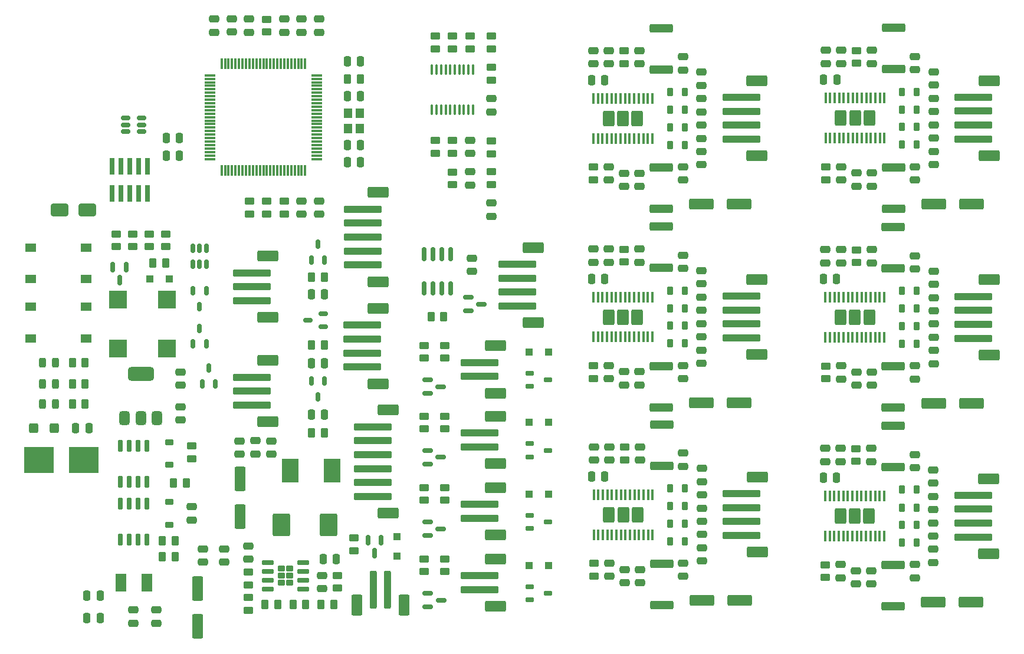
<source format=gbr>
G04 #@! TF.GenerationSoftware,KiCad,Pcbnew,9.0.4*
G04 #@! TF.CreationDate,2025-09-19T17:16:51+02:00*
G04 #@! TF.ProjectId,mobo,6d6f626f-2e6b-4696-9361-645f70636258,REV05*
G04 #@! TF.SameCoordinates,Original*
G04 #@! TF.FileFunction,Paste,Top*
G04 #@! TF.FilePolarity,Positive*
%FSLAX46Y46*%
G04 Gerber Fmt 4.6, Leading zero omitted, Abs format (unit mm)*
G04 Created by KiCad (PCBNEW 9.0.4) date 2025-09-19 17:16:51*
%MOMM*%
%LPD*%
G01*
G04 APERTURE LIST*
G04 Aperture macros list*
%AMRoundRect*
0 Rectangle with rounded corners*
0 $1 Rounding radius*
0 $2 $3 $4 $5 $6 $7 $8 $9 X,Y pos of 4 corners*
0 Add a 4 corners polygon primitive as box body*
4,1,4,$2,$3,$4,$5,$6,$7,$8,$9,$2,$3,0*
0 Add four circle primitives for the rounded corners*
1,1,$1+$1,$2,$3*
1,1,$1+$1,$4,$5*
1,1,$1+$1,$6,$7*
1,1,$1+$1,$8,$9*
0 Add four rect primitives between the rounded corners*
20,1,$1+$1,$2,$3,$4,$5,0*
20,1,$1+$1,$4,$5,$6,$7,0*
20,1,$1+$1,$6,$7,$8,$9,0*
20,1,$1+$1,$8,$9,$2,$3,0*%
G04 Aperture macros list end*
%ADD10RoundRect,0.250000X0.250000X0.475000X-0.250000X0.475000X-0.250000X-0.475000X0.250000X-0.475000X0*%
%ADD11RoundRect,0.150000X0.150000X-0.725000X0.150000X0.725000X-0.150000X0.725000X-0.150000X-0.725000X0*%
%ADD12RoundRect,0.250000X-0.550000X1.500000X-0.550000X-1.500000X0.550000X-1.500000X0.550000X1.500000X0*%
%ADD13RoundRect,0.250000X-0.250000X-0.475000X0.250000X-0.475000X0.250000X0.475000X-0.250000X0.475000X0*%
%ADD14RoundRect,0.250000X-2.500000X0.250000X-2.500000X-0.250000X2.500000X-0.250000X2.500000X0.250000X0*%
%ADD15RoundRect,0.250000X-1.250000X0.550000X-1.250000X-0.550000X1.250000X-0.550000X1.250000X0.550000X0*%
%ADD16RoundRect,0.250000X-0.475000X0.250000X-0.475000X-0.250000X0.475000X-0.250000X0.475000X0.250000X0*%
%ADD17RoundRect,0.250000X0.450000X-0.262500X0.450000X0.262500X-0.450000X0.262500X-0.450000X-0.262500X0*%
%ADD18RoundRect,0.250000X-1.500000X-0.550000X1.500000X-0.550000X1.500000X0.550000X-1.500000X0.550000X0*%
%ADD19RoundRect,0.250000X-0.450000X0.262500X-0.450000X-0.262500X0.450000X-0.262500X0.450000X0.262500X0*%
%ADD20RoundRect,0.250000X0.475000X-0.250000X0.475000X0.250000X-0.475000X0.250000X-0.475000X-0.250000X0*%
%ADD21R,1.500000X2.500000*%
%ADD22RoundRect,0.150000X-0.150000X0.587500X-0.150000X-0.587500X0.150000X-0.587500X0.150000X0.587500X0*%
%ADD23RoundRect,0.250000X-0.300000X-0.300000X0.300000X-0.300000X0.300000X0.300000X-0.300000X0.300000X0*%
%ADD24RoundRect,0.250000X-1.425000X0.362500X-1.425000X-0.362500X1.425000X-0.362500X1.425000X0.362500X0*%
%ADD25RoundRect,0.150000X0.150000X-0.512500X0.150000X0.512500X-0.150000X0.512500X-0.150000X-0.512500X0*%
%ADD26RoundRect,0.162500X-0.447500X-0.162500X0.447500X-0.162500X0.447500X0.162500X-0.447500X0.162500X0*%
%ADD27R,2.500000X2.500000*%
%ADD28RoundRect,0.150000X-0.587500X-0.150000X0.587500X-0.150000X0.587500X0.150000X-0.587500X0.150000X0*%
%ADD29RoundRect,0.218750X-0.218750X-0.381250X0.218750X-0.381250X0.218750X0.381250X-0.218750X0.381250X0*%
%ADD30RoundRect,0.250000X0.262500X0.450000X-0.262500X0.450000X-0.262500X-0.450000X0.262500X-0.450000X0*%
%ADD31RoundRect,0.250000X-0.262500X-0.450000X0.262500X-0.450000X0.262500X0.450000X-0.262500X0.450000X0*%
%ADD32RoundRect,0.250000X1.425000X-0.362500X1.425000X0.362500X-1.425000X0.362500X-1.425000X-0.362500X0*%
%ADD33RoundRect,0.150000X-0.150000X0.825000X-0.150000X-0.825000X0.150000X-0.825000X0.150000X0.825000X0*%
%ADD34RoundRect,0.225000X-0.375000X0.225000X-0.375000X-0.225000X0.375000X-0.225000X0.375000X0.225000X0*%
%ADD35RoundRect,0.250000X-1.000000X-0.650000X1.000000X-0.650000X1.000000X0.650000X-1.000000X0.650000X0*%
%ADD36RoundRect,0.100000X-0.100000X0.637500X-0.100000X-0.637500X0.100000X-0.637500X0.100000X0.637500X0*%
%ADD37RoundRect,0.250000X-1.000000X1.400000X-1.000000X-1.400000X1.000000X-1.400000X1.000000X1.400000X0*%
%ADD38RoundRect,0.150000X0.512500X0.150000X-0.512500X0.150000X-0.512500X-0.150000X0.512500X-0.150000X0*%
%ADD39RoundRect,0.150000X-0.150000X0.512500X-0.150000X-0.512500X0.150000X-0.512500X0.150000X0.512500X0*%
%ADD40R,1.550000X1.300000*%
%ADD41RoundRect,0.250000X0.250000X2.500000X-0.250000X2.500000X-0.250000X-2.500000X0.250000X-2.500000X0*%
%ADD42RoundRect,0.250000X0.550000X1.250000X-0.550000X1.250000X-0.550000X-1.250000X0.550000X-1.250000X0*%
%ADD43RoundRect,0.250001X-0.584999X0.859999X-0.584999X-0.859999X0.584999X-0.859999X0.584999X0.859999X0*%
%ADD44RoundRect,0.100000X-0.100000X0.675000X-0.100000X-0.675000X0.100000X-0.675000X0.100000X0.675000X0*%
%ADD45RoundRect,0.250000X0.400000X0.450000X-0.400000X0.450000X-0.400000X-0.450000X0.400000X-0.450000X0*%
%ADD46RoundRect,0.075000X0.725000X0.075000X-0.725000X0.075000X-0.725000X-0.075000X0.725000X-0.075000X0*%
%ADD47RoundRect,0.075000X0.075000X0.725000X-0.075000X0.725000X-0.075000X-0.725000X0.075000X-0.725000X0*%
%ADD48RoundRect,0.243750X-0.243750X-0.456250X0.243750X-0.456250X0.243750X0.456250X-0.243750X0.456250X0*%
%ADD49RoundRect,0.250000X0.300000X0.300000X-0.300000X0.300000X-0.300000X-0.300000X0.300000X-0.300000X0*%
%ADD50RoundRect,0.222500X-0.297500X-0.222500X0.297500X-0.222500X0.297500X0.222500X-0.297500X0.222500X0*%
%ADD51RoundRect,0.150000X-0.737500X-0.150000X0.737500X-0.150000X0.737500X0.150000X-0.737500X0.150000X0*%
%ADD52RoundRect,0.250000X0.300000X-0.300000X0.300000X0.300000X-0.300000X0.300000X-0.300000X-0.300000X0*%
%ADD53R,0.740000X2.400000*%
%ADD54R,2.350000X3.500000*%
%ADD55R,4.240000X3.810000*%
%ADD56RoundRect,0.150000X-0.150000X0.725000X-0.150000X-0.725000X0.150000X-0.725000X0.150000X0.725000X0*%
%ADD57R,1.200000X1.400000*%
%ADD58RoundRect,0.375000X0.375000X-0.625000X0.375000X0.625000X-0.375000X0.625000X-0.375000X-0.625000X0*%
%ADD59RoundRect,0.500000X1.400000X-0.500000X1.400000X0.500000X-1.400000X0.500000X-1.400000X-0.500000X0*%
G04 APERTURE END LIST*
D10*
X118350000Y-71310000D03*
X116450000Y-71310000D03*
D11*
X83895000Y-119675000D03*
X85165000Y-119675000D03*
X86435000Y-119675000D03*
X87705000Y-119675000D03*
X87705000Y-114525000D03*
X86435000Y-114525000D03*
X85165000Y-114525000D03*
X83895000Y-114525000D03*
D12*
X95000000Y-135000000D03*
X95000000Y-140400000D03*
D13*
X111300000Y-102650000D03*
X113200000Y-102650000D03*
D14*
X135450000Y-112650000D03*
X135450000Y-114650000D03*
D15*
X137700000Y-110250000D03*
X137700000Y-117050000D03*
D16*
X200575000Y-121750000D03*
X200575000Y-123650000D03*
D14*
X173000000Y-93000000D03*
X173000000Y-95000000D03*
X173000000Y-97000000D03*
X173000000Y-99000000D03*
D15*
X175250000Y-90600000D03*
X175250000Y-101400000D03*
D17*
X137150000Y-57500000D03*
X137150000Y-55675000D03*
D18*
X167300001Y-79800000D03*
X172700001Y-79800000D03*
D16*
X112400000Y-79360000D03*
X112400000Y-81260000D03*
X191700000Y-86312500D03*
X191700000Y-88212500D03*
D19*
X189500000Y-86350001D03*
X189500000Y-88175001D03*
D16*
X200600000Y-93212501D03*
X200600000Y-95112501D03*
D19*
X151850000Y-131375000D03*
X151850000Y-133200000D03*
X137150000Y-75137500D03*
X137150000Y-76962500D03*
D13*
X116450000Y-64310000D03*
X118350000Y-64310000D03*
D14*
X135450000Y-102525000D03*
X135450000Y-104525000D03*
D15*
X137700000Y-100125000D03*
X137700000Y-106925000D03*
D20*
X200625000Y-62712500D03*
X200625000Y-60812500D03*
D14*
X118575000Y-97175000D03*
X118575000Y-99175000D03*
X118575000Y-101175000D03*
X118575000Y-103175000D03*
D15*
X120825000Y-94775000D03*
X120825000Y-105575000D03*
D16*
X200600000Y-100812500D03*
X200600000Y-102712500D03*
D14*
X135425000Y-122875000D03*
X135425000Y-124875000D03*
D15*
X137675000Y-120475000D03*
X137675000Y-127275000D03*
D20*
X112400000Y-55125000D03*
X112400000Y-53225000D03*
D13*
X151500000Y-90500001D03*
X153400000Y-90500001D03*
D20*
X167300000Y-98850000D03*
X167300000Y-96950000D03*
D21*
X83950000Y-134100000D03*
X87650000Y-134100000D03*
D22*
X121325000Y-128037500D03*
X119425000Y-128037500D03*
X120375000Y-129912500D03*
D16*
X187300000Y-86312501D03*
X187300000Y-88212501D03*
D20*
X137150000Y-66537500D03*
X137150000Y-64637500D03*
D19*
X130450000Y-130737500D03*
X130450000Y-132562500D03*
D23*
X142550000Y-131650000D03*
X145350000Y-131650000D03*
D24*
X194775000Y-131637500D03*
X194775000Y-137562500D03*
D20*
X151825000Y-116537501D03*
X151825000Y-114637501D03*
D18*
X200575000Y-136900000D03*
X205975000Y-136900000D03*
D19*
X131537500Y-75175000D03*
X131537500Y-77000000D03*
D20*
X167300000Y-70350000D03*
X167300000Y-68450000D03*
D14*
X206300000Y-93050000D03*
X206300000Y-95050000D03*
X206300000Y-97050000D03*
X206300000Y-99050000D03*
D15*
X208550000Y-90650000D03*
X208550000Y-101450000D03*
D25*
X95600000Y-105587500D03*
X97500000Y-105587500D03*
X96550000Y-103312500D03*
D26*
X142627500Y-104050000D03*
X142627500Y-105950000D03*
X145247500Y-105000000D03*
D16*
X134350000Y-87550000D03*
X134350000Y-89450000D03*
D19*
X185100000Y-103050000D03*
X185100000Y-104875000D03*
D14*
X118650000Y-80525000D03*
X118650000Y-82525000D03*
X118650000Y-84525000D03*
X118650000Y-86525000D03*
X118650000Y-88525000D03*
D15*
X120900000Y-78125000D03*
X120900000Y-90925000D03*
D20*
X197875000Y-133450000D03*
X197875000Y-131550000D03*
D27*
X90550000Y-93500000D03*
X83550000Y-93500000D03*
X83550000Y-100500000D03*
X90550000Y-100500000D03*
D28*
X128000000Y-115200000D03*
X128000000Y-117100000D03*
X129875000Y-116150000D03*
D20*
X197900000Y-104912500D03*
X197900000Y-103012500D03*
D13*
X112975000Y-130775000D03*
X114875000Y-130775000D03*
D20*
X164600000Y-76350000D03*
X164600000Y-74450000D03*
D29*
X162737500Y-97250000D03*
X164862500Y-97250000D03*
D16*
X158400000Y-57750000D03*
X158400000Y-59650000D03*
D13*
X111300000Y-92750000D03*
X113200000Y-92750000D03*
D14*
X120075000Y-111775000D03*
X120075000Y-113775000D03*
X120075000Y-115775000D03*
X120075000Y-117775000D03*
X120075000Y-119775000D03*
X120075000Y-121775000D03*
D15*
X122325000Y-109375000D03*
X122325000Y-124175000D03*
D16*
X167300000Y-72250000D03*
X167300000Y-74150000D03*
D18*
X200625001Y-79762500D03*
X206025001Y-79762500D03*
D29*
X162787500Y-125637500D03*
X164912500Y-125637500D03*
D30*
X78812500Y-108500000D03*
X76987500Y-108500000D03*
D20*
X156250000Y-134137500D03*
X156250000Y-132237500D03*
D18*
X167300001Y-108300000D03*
X172700001Y-108300000D03*
D17*
X127437500Y-112062500D03*
X127437500Y-110237500D03*
D20*
X94100000Y-125150000D03*
X94100000Y-123250000D03*
D26*
X142627500Y-114200000D03*
X142627500Y-116100000D03*
X145247500Y-115150000D03*
D14*
X173025000Y-121375000D03*
X173025000Y-123375000D03*
X173025000Y-125375000D03*
X173025000Y-127375000D03*
D15*
X175275000Y-118975000D03*
X175275000Y-129775000D03*
D19*
X156200000Y-86287501D03*
X156200000Y-88112501D03*
D13*
X116450000Y-73810000D03*
X118350000Y-73810000D03*
D31*
X104650000Y-137285000D03*
X106475000Y-137285000D03*
D29*
X162737500Y-94750001D03*
X164862500Y-94750001D03*
D13*
X184800000Y-61962501D03*
X186700000Y-61962501D03*
D16*
X197875000Y-115750000D03*
X197875000Y-117650000D03*
D32*
X161500000Y-88962500D03*
X161500000Y-83037500D03*
D16*
X197900000Y-87212501D03*
X197900000Y-89112501D03*
X191675000Y-114850000D03*
X191675000Y-116750000D03*
D30*
X90362500Y-88250000D03*
X88537500Y-88250000D03*
D17*
X115025000Y-134937500D03*
X115025000Y-133112500D03*
D20*
X102350000Y-55125000D03*
X102350000Y-53225000D03*
D33*
X131267500Y-86975000D03*
X129997500Y-86975000D03*
X128727500Y-86975000D03*
X127457500Y-86975000D03*
X127457500Y-91925000D03*
X128727500Y-91925000D03*
X129997500Y-91925000D03*
X131267500Y-91925000D03*
D29*
X162787500Y-123137501D03*
X164912500Y-123137501D03*
D24*
X161550000Y-131425000D03*
X161550000Y-137350000D03*
D29*
X196062500Y-63662501D03*
X198187500Y-63662501D03*
D24*
X161500000Y-103037500D03*
X161500000Y-108962500D03*
D29*
X162737500Y-92200001D03*
X164862500Y-92200001D03*
D17*
X137150000Y-72562500D03*
X137150000Y-70737500D03*
D19*
X131537500Y-55675000D03*
X131537500Y-57500000D03*
D20*
X137150000Y-81537500D03*
X137150000Y-79637500D03*
D31*
X89887500Y-130400000D03*
X91712500Y-130400000D03*
D20*
X154000000Y-104850000D03*
X154000000Y-102950000D03*
D34*
X90900000Y-122550000D03*
X90900000Y-125850000D03*
D14*
X206325000Y-64450000D03*
X206325000Y-66450000D03*
X206325000Y-68450000D03*
X206325000Y-70450000D03*
D15*
X208575000Y-62050000D03*
X208575000Y-72850000D03*
D32*
X194775000Y-117562500D03*
X194775000Y-111637500D03*
D28*
X128000000Y-105050000D03*
X128000000Y-106950000D03*
X129875000Y-106000000D03*
D29*
X162737500Y-66250001D03*
X164862500Y-66250001D03*
D19*
X130437500Y-100087500D03*
X130437500Y-101912500D03*
D35*
X75150000Y-80650000D03*
X79150000Y-80650000D03*
D16*
X167300000Y-64650001D03*
X167300000Y-66550001D03*
D20*
X200575000Y-119850000D03*
X200575000Y-117950000D03*
D19*
X129037500Y-70675000D03*
X129037500Y-72500000D03*
D16*
X134037500Y-75137500D03*
X134037500Y-77037500D03*
D20*
X191675000Y-134350000D03*
X191675000Y-132450000D03*
D13*
X79050000Y-136000000D03*
X80950000Y-136000000D03*
D20*
X200575000Y-127450000D03*
X200575000Y-125550000D03*
D14*
X173000000Y-64475000D03*
X173000000Y-66475000D03*
X173000000Y-68475000D03*
X173000000Y-70475000D03*
D15*
X175250000Y-62075000D03*
X175250000Y-72875000D03*
D20*
X200600000Y-98912500D03*
X200600000Y-97012500D03*
D19*
X107400000Y-79397500D03*
X107400000Y-81222500D03*
D16*
X154050000Y-114637501D03*
X154050000Y-116537501D03*
D20*
X167300000Y-91250000D03*
X167300000Y-89350000D03*
D31*
X111337500Y-100050000D03*
X113162500Y-100050000D03*
D23*
X142537500Y-101000000D03*
X145337500Y-101000000D03*
D17*
X117375000Y-129537500D03*
X117375000Y-127712500D03*
D29*
X196062500Y-68712500D03*
X198187500Y-68712500D03*
D16*
X167350000Y-129137500D03*
X167350000Y-131037500D03*
D29*
X196062500Y-66212501D03*
X198187500Y-66212501D03*
D19*
X189475000Y-114887500D03*
X189475000Y-116712500D03*
D16*
X197925000Y-58612501D03*
X197925000Y-60512501D03*
D23*
X142537500Y-111150000D03*
X145337500Y-111150000D03*
D14*
X206275000Y-121600000D03*
X206275000Y-123600000D03*
X206275000Y-125600000D03*
X206275000Y-127600000D03*
D15*
X208525000Y-119200000D03*
X208525000Y-130000000D03*
D13*
X151500000Y-118887501D03*
X153400000Y-118887501D03*
D36*
X134462500Y-60475000D03*
X133812500Y-60475000D03*
X133162500Y-60475000D03*
X132512500Y-60475000D03*
X131862500Y-60475000D03*
X131212500Y-60475000D03*
X130562500Y-60475000D03*
X129912500Y-60475000D03*
X129262500Y-60475000D03*
X128612500Y-60475000D03*
X128612500Y-66200000D03*
X129262500Y-66200000D03*
X129912500Y-66200000D03*
X130562500Y-66200000D03*
X131212500Y-66200000D03*
X131862500Y-66200000D03*
X132512500Y-66200000D03*
X133162500Y-66200000D03*
X133812500Y-66200000D03*
X134462500Y-66200000D03*
D20*
X158450000Y-134137500D03*
X158450000Y-132237500D03*
D16*
X200625000Y-72212500D03*
X200625000Y-74112500D03*
D37*
X113762500Y-125835000D03*
X106962500Y-125835000D03*
D20*
X191725000Y-77212500D03*
X191725000Y-75312500D03*
D32*
X161550000Y-117350000D03*
X161550000Y-111425000D03*
D38*
X86937500Y-69350000D03*
X86937500Y-68400000D03*
X86937500Y-67450000D03*
X84662500Y-67450000D03*
X84662500Y-68400000D03*
X84662500Y-69350000D03*
D24*
X194825000Y-74500000D03*
X194825000Y-80425000D03*
D29*
X196012500Y-123350000D03*
X198137500Y-123350000D03*
D20*
X158400000Y-77250000D03*
X158400000Y-75350000D03*
D39*
X113200000Y-105212500D03*
X111300000Y-105212500D03*
X112250000Y-107487500D03*
D40*
X78975000Y-90550000D03*
X71025000Y-90550000D03*
X78975000Y-86050000D03*
X71025000Y-86050000D03*
D20*
X191700000Y-105812500D03*
X191700000Y-103912500D03*
D41*
X122225000Y-135125000D03*
X120225000Y-135125000D03*
D42*
X124625000Y-137375000D03*
X117825000Y-137375000D03*
D13*
X184750000Y-90562501D03*
X186650000Y-90562501D03*
D26*
X142627500Y-124450000D03*
X142627500Y-126350000D03*
X145247500Y-125400000D03*
D29*
X196012500Y-128400000D03*
X198137500Y-128400000D03*
X196037500Y-92262501D03*
X198162500Y-92262501D03*
D16*
X105500000Y-113800000D03*
X105500000Y-115700000D03*
D17*
X83250000Y-85912500D03*
X83250000Y-84087500D03*
D20*
X99850000Y-55100000D03*
X99850000Y-53200000D03*
D38*
X113025000Y-97400000D03*
X113025000Y-95500000D03*
X110750000Y-96450000D03*
D20*
X89000000Y-139950000D03*
X89000000Y-138050000D03*
D16*
X200625000Y-64612501D03*
X200625000Y-66512501D03*
D17*
X127437500Y-101912500D03*
X127437500Y-100087500D03*
D20*
X164600000Y-104850000D03*
X164600000Y-102950000D03*
D19*
X151800000Y-74487500D03*
X151800000Y-76312500D03*
D16*
X112812500Y-133085000D03*
X112812500Y-134985000D03*
D20*
X154000000Y-76350000D03*
X154000000Y-74450000D03*
X187325000Y-76312500D03*
X187325000Y-74412500D03*
D43*
X191370000Y-96062500D03*
X189300000Y-96062500D03*
X187230000Y-96062500D03*
D44*
X193525000Y-93187500D03*
X192875000Y-93187500D03*
X192225000Y-93187500D03*
X191575000Y-93187500D03*
X190925000Y-93187500D03*
X190275000Y-93187500D03*
X189625000Y-93187500D03*
X188975000Y-93187500D03*
X188325000Y-93187500D03*
X187675000Y-93187500D03*
X187025000Y-93187500D03*
X186375000Y-93187500D03*
X185725000Y-93187500D03*
X185075000Y-93187500D03*
X185075000Y-98937500D03*
X185725000Y-98937500D03*
X186375000Y-98937500D03*
X187025000Y-98937500D03*
X187675000Y-98937500D03*
X188325000Y-98937500D03*
X188975000Y-98937500D03*
X189625000Y-98937500D03*
X190275000Y-98937500D03*
X190925000Y-98937500D03*
X191575000Y-98937500D03*
X192225000Y-98937500D03*
X192875000Y-98937500D03*
X193525000Y-98937500D03*
D29*
X196037500Y-94812501D03*
X198162500Y-94812501D03*
D45*
X74350000Y-112000000D03*
X71450000Y-112000000D03*
D19*
X102250000Y-132622500D03*
X102250000Y-134447500D03*
D29*
X196012500Y-125850000D03*
X198137500Y-125850000D03*
D20*
X197925000Y-76312500D03*
X197925000Y-74412500D03*
D43*
X191395000Y-67462500D03*
X189325000Y-67462500D03*
X187255000Y-67462500D03*
D44*
X193550000Y-64587500D03*
X192900000Y-64587500D03*
X192250000Y-64587500D03*
X191600000Y-64587500D03*
X190950000Y-64587500D03*
X190300000Y-64587500D03*
X189650000Y-64587500D03*
X189000000Y-64587500D03*
X188350000Y-64587500D03*
X187700000Y-64587500D03*
X187050000Y-64587500D03*
X186400000Y-64587500D03*
X185750000Y-64587500D03*
X185100000Y-64587500D03*
X185100000Y-70337500D03*
X185750000Y-70337500D03*
X186400000Y-70337500D03*
X187050000Y-70337500D03*
X187700000Y-70337500D03*
X188350000Y-70337500D03*
X189000000Y-70337500D03*
X189650000Y-70337500D03*
X190300000Y-70337500D03*
X190950000Y-70337500D03*
X191600000Y-70337500D03*
X192250000Y-70337500D03*
X192900000Y-70337500D03*
X193550000Y-70337500D03*
D20*
X109900000Y-55125000D03*
X109900000Y-53225000D03*
D30*
X91712500Y-128100000D03*
X89887500Y-128100000D03*
D10*
X79350000Y-112000000D03*
X77450000Y-112000000D03*
D19*
X156200000Y-57787501D03*
X156200000Y-59612501D03*
X189525000Y-57750001D03*
X189525000Y-59575001D03*
D16*
X187275000Y-114850000D03*
X187275000Y-116750000D03*
D13*
X184750000Y-119100000D03*
X186650000Y-119100000D03*
D20*
X189500000Y-105812500D03*
X189500000Y-103912500D03*
X187300000Y-104912500D03*
X187300000Y-103012500D03*
D39*
X96200000Y-92212500D03*
X94300000Y-92212500D03*
X95250000Y-94487500D03*
D19*
X130437500Y-110237500D03*
X130437500Y-112062500D03*
D31*
X91487500Y-119800000D03*
X93312500Y-119800000D03*
D32*
X161500000Y-60462500D03*
X161500000Y-54537500D03*
D29*
X162737500Y-63700001D03*
X164862500Y-63700001D03*
D30*
X118312500Y-61810000D03*
X116487500Y-61810000D03*
D20*
X185050000Y-116750000D03*
X185050000Y-114850000D03*
D17*
X127450000Y-132562500D03*
X127450000Y-130737500D03*
D20*
X167350000Y-127237500D03*
X167350000Y-125337500D03*
D19*
X134037500Y-55675000D03*
X134037500Y-57500000D03*
D46*
X112075000Y-73310000D03*
X112075000Y-72810000D03*
X112075000Y-72310000D03*
X112075000Y-71810000D03*
X112075000Y-71310000D03*
X112075000Y-70810000D03*
X112075000Y-70310000D03*
X112075000Y-69810000D03*
X112075000Y-69310000D03*
X112075000Y-68810000D03*
X112075000Y-68310000D03*
X112075000Y-67810000D03*
X112075000Y-67310000D03*
X112075000Y-66810000D03*
X112075000Y-66310000D03*
X112075000Y-65810000D03*
X112075000Y-65310000D03*
X112075000Y-64810000D03*
X112075000Y-64310000D03*
X112075000Y-63810000D03*
X112075000Y-63310000D03*
X112075000Y-62810000D03*
X112075000Y-62310000D03*
X112075000Y-61810000D03*
X112075000Y-61310000D03*
D47*
X110400000Y-59635000D03*
X109900000Y-59635000D03*
X109400000Y-59635000D03*
X108900000Y-59635000D03*
X108400000Y-59635000D03*
X107900000Y-59635000D03*
X107400000Y-59635000D03*
X106900000Y-59635000D03*
X106400000Y-59635000D03*
X105900000Y-59635000D03*
X105400000Y-59635000D03*
X104900000Y-59635000D03*
X104400000Y-59635000D03*
X103900000Y-59635000D03*
X103400000Y-59635000D03*
X102900000Y-59635000D03*
X102400000Y-59635000D03*
X101900000Y-59635000D03*
X101400000Y-59635000D03*
X100900000Y-59635000D03*
X100400000Y-59635000D03*
X99900000Y-59635000D03*
X99400000Y-59635000D03*
X98900000Y-59635000D03*
X98400000Y-59635000D03*
D46*
X96725000Y-61310000D03*
X96725000Y-61810000D03*
X96725000Y-62310000D03*
X96725000Y-62810000D03*
X96725000Y-63310000D03*
X96725000Y-63810000D03*
X96725000Y-64310000D03*
X96725000Y-64810000D03*
X96725000Y-65310000D03*
X96725000Y-65810000D03*
X96725000Y-66310000D03*
X96725000Y-66810000D03*
X96725000Y-67310000D03*
X96725000Y-67810000D03*
X96725000Y-68310000D03*
X96725000Y-68810000D03*
X96725000Y-69310000D03*
X96725000Y-69810000D03*
X96725000Y-70310000D03*
X96725000Y-70810000D03*
X96725000Y-71310000D03*
X96725000Y-71810000D03*
X96725000Y-72310000D03*
X96725000Y-72810000D03*
X96725000Y-73310000D03*
D47*
X98400000Y-74985000D03*
X98900000Y-74985000D03*
X99400000Y-74985000D03*
X99900000Y-74985000D03*
X100400000Y-74985000D03*
X100900000Y-74985000D03*
X101400000Y-74985000D03*
X101900000Y-74985000D03*
X102400000Y-74985000D03*
X102900000Y-74985000D03*
X103400000Y-74985000D03*
X103900000Y-74985000D03*
X104400000Y-74985000D03*
X104900000Y-74985000D03*
X105400000Y-74985000D03*
X105900000Y-74985000D03*
X106400000Y-74985000D03*
X106900000Y-74985000D03*
X107400000Y-74985000D03*
X107900000Y-74985000D03*
X108400000Y-74985000D03*
X108900000Y-74985000D03*
X109400000Y-74985000D03*
X109900000Y-74985000D03*
X110400000Y-74985000D03*
D18*
X167350001Y-136687500D03*
X172750001Y-136687500D03*
D20*
X151775000Y-88150001D03*
X151775000Y-86250001D03*
D16*
X164600000Y-87150001D03*
X164600000Y-89050001D03*
D10*
X92350000Y-70310000D03*
X90450000Y-70310000D03*
D48*
X72662500Y-105600000D03*
X74537500Y-105600000D03*
D16*
X98750000Y-129300000D03*
X98750000Y-131200000D03*
X167300000Y-93150001D03*
X167300000Y-95050001D03*
D29*
X196012500Y-120800000D03*
X198137500Y-120800000D03*
D43*
X191345000Y-124600000D03*
X189275000Y-124600000D03*
X187205000Y-124600000D03*
D44*
X193500000Y-121725000D03*
X192850000Y-121725000D03*
X192200000Y-121725000D03*
X191550000Y-121725000D03*
X190900000Y-121725000D03*
X190250000Y-121725000D03*
X189600000Y-121725000D03*
X188950000Y-121725000D03*
X188300000Y-121725000D03*
X187650000Y-121725000D03*
X187000000Y-121725000D03*
X186350000Y-121725000D03*
X185700000Y-121725000D03*
X185050000Y-121725000D03*
X185050000Y-127475000D03*
X185700000Y-127475000D03*
X186350000Y-127475000D03*
X187000000Y-127475000D03*
X187650000Y-127475000D03*
X188300000Y-127475000D03*
X188950000Y-127475000D03*
X189600000Y-127475000D03*
X190250000Y-127475000D03*
X190900000Y-127475000D03*
X191550000Y-127475000D03*
X192200000Y-127475000D03*
X192850000Y-127475000D03*
X193500000Y-127475000D03*
D31*
X111337500Y-112650000D03*
X113162500Y-112650000D03*
D30*
X110475000Y-137285000D03*
X108650000Y-137285000D03*
D49*
X90900000Y-90500000D03*
X88100000Y-90500000D03*
D19*
X129037500Y-55675000D03*
X129037500Y-57500000D03*
D50*
X106962500Y-132105000D03*
X106962500Y-133135000D03*
X106962500Y-134165000D03*
X108162500Y-132105000D03*
X108162500Y-133135000D03*
X108162500Y-134165000D03*
D51*
X105000000Y-131230000D03*
X105000000Y-132500000D03*
X105000000Y-133770000D03*
X105000000Y-135040000D03*
X110125000Y-135040000D03*
X110125000Y-133770000D03*
X110125000Y-132500000D03*
X110125000Y-131230000D03*
D20*
X97350000Y-55125000D03*
X97350000Y-53225000D03*
X189525000Y-77212500D03*
X189525000Y-75312500D03*
D17*
X88050000Y-85912500D03*
X88050000Y-84087500D03*
D26*
X142640000Y-134700000D03*
X142640000Y-136600000D03*
X145260000Y-135650000D03*
D24*
X194800000Y-103100000D03*
X194800000Y-109025000D03*
D17*
X90350000Y-85912500D03*
X90350000Y-84087500D03*
D16*
X164650000Y-115537501D03*
X164650000Y-117437501D03*
D17*
X104900000Y-81222500D03*
X104900000Y-79397500D03*
D16*
X158450000Y-114637500D03*
X158450000Y-116537500D03*
D29*
X162787500Y-120587501D03*
X164912500Y-120587501D03*
D20*
X85750000Y-139950000D03*
X85750000Y-138050000D03*
D19*
X94100000Y-114537500D03*
X94100000Y-116362500D03*
D20*
X92500000Y-110800000D03*
X92500000Y-108900000D03*
D29*
X196062500Y-71262500D03*
X198187500Y-71262500D03*
D20*
X107400000Y-55125000D03*
X107400000Y-53225000D03*
X154050000Y-133237500D03*
X154050000Y-131337500D03*
D13*
X116450000Y-59310000D03*
X118350000Y-59310000D03*
D29*
X196037500Y-99862500D03*
X198162500Y-99862500D03*
D43*
X158120000Y-124387500D03*
X156050000Y-124387500D03*
X153980000Y-124387500D03*
D44*
X160275000Y-121512500D03*
X159625000Y-121512500D03*
X158975000Y-121512500D03*
X158325000Y-121512500D03*
X157675000Y-121512500D03*
X157025000Y-121512500D03*
X156375000Y-121512500D03*
X155725000Y-121512500D03*
X155075000Y-121512500D03*
X154425000Y-121512500D03*
X153775000Y-121512500D03*
X153125000Y-121512500D03*
X152475000Y-121512500D03*
X151825000Y-121512500D03*
X151825000Y-127262500D03*
X152475000Y-127262500D03*
X153125000Y-127262500D03*
X153775000Y-127262500D03*
X154425000Y-127262500D03*
X155075000Y-127262500D03*
X155725000Y-127262500D03*
X156375000Y-127262500D03*
X157025000Y-127262500D03*
X157675000Y-127262500D03*
X158325000Y-127262500D03*
X158975000Y-127262500D03*
X159625000Y-127262500D03*
X160275000Y-127262500D03*
D20*
X200625000Y-70312500D03*
X200625000Y-68412500D03*
D19*
X137150000Y-60175000D03*
X137150000Y-62000000D03*
D25*
X111300000Y-87787500D03*
X113200000Y-87787500D03*
X112250000Y-85512500D03*
D16*
X109900000Y-79360000D03*
X109900000Y-81260000D03*
D32*
X194800000Y-89025000D03*
X194800000Y-83100000D03*
D52*
X123600000Y-130325000D03*
X123600000Y-127525000D03*
D19*
X130437500Y-120487500D03*
X130437500Y-122312500D03*
D16*
X92500000Y-103900000D03*
X92500000Y-105800000D03*
X95750000Y-129300000D03*
X95750000Y-131200000D03*
X167300000Y-100750000D03*
X167300000Y-102650000D03*
D24*
X161500000Y-74537500D03*
X161500000Y-80462500D03*
D19*
X131537500Y-70675000D03*
X131537500Y-72500000D03*
D48*
X72662500Y-108500000D03*
X74537500Y-108500000D03*
D30*
X114475000Y-137285000D03*
X112650000Y-137285000D03*
D16*
X102250000Y-128872500D03*
X102250000Y-130772500D03*
D20*
X156200000Y-105750000D03*
X156200000Y-103850000D03*
D28*
X128000000Y-125450000D03*
X128000000Y-127350000D03*
X129875000Y-126400000D03*
D13*
X151500000Y-62000000D03*
X153400000Y-62000000D03*
D29*
X162737500Y-71300000D03*
X164862500Y-71300000D03*
D53*
X87790000Y-74400000D03*
X87790000Y-78300000D03*
X86520000Y-74400000D03*
X86520000Y-78300000D03*
X85250000Y-74400000D03*
X85250000Y-78300000D03*
X83980000Y-74400000D03*
X83980000Y-78300000D03*
X82710000Y-74400000D03*
X82710000Y-78300000D03*
D16*
X154000000Y-86250001D03*
X154000000Y-88150001D03*
D14*
X102750000Y-89650000D03*
X102750000Y-91650000D03*
X102750000Y-93650000D03*
D15*
X105000000Y-87250000D03*
X105000000Y-96050000D03*
D43*
X158070000Y-67500000D03*
X156000000Y-67500000D03*
X153930000Y-67500000D03*
D44*
X160225000Y-64625000D03*
X159575000Y-64625000D03*
X158925000Y-64625000D03*
X158275000Y-64625000D03*
X157625000Y-64625000D03*
X156975000Y-64625000D03*
X156325000Y-64625000D03*
X155675000Y-64625000D03*
X155025000Y-64625000D03*
X154375000Y-64625000D03*
X153725000Y-64625000D03*
X153075000Y-64625000D03*
X152425000Y-64625000D03*
X151775000Y-64625000D03*
X151775000Y-70375000D03*
X152425000Y-70375000D03*
X153075000Y-70375000D03*
X153725000Y-70375000D03*
X154375000Y-70375000D03*
X155025000Y-70375000D03*
X155675000Y-70375000D03*
X156325000Y-70375000D03*
X156975000Y-70375000D03*
X157625000Y-70375000D03*
X158275000Y-70375000D03*
X158925000Y-70375000D03*
X159575000Y-70375000D03*
X160225000Y-70375000D03*
D13*
X111300000Y-110050000D03*
X113200000Y-110050000D03*
D14*
X135450000Y-133150000D03*
X135450000Y-135150000D03*
D15*
X137700000Y-130750000D03*
X137700000Y-137550000D03*
D19*
X151800000Y-102987500D03*
X151800000Y-104812500D03*
D20*
X167300000Y-62750000D03*
X167300000Y-60850000D03*
D16*
X187325000Y-57712501D03*
X187325000Y-59612501D03*
D20*
X151775000Y-59650001D03*
X151775000Y-57750001D03*
D16*
X191725000Y-57712500D03*
X191725000Y-59612500D03*
D43*
X158070000Y-96000000D03*
X156000000Y-96000000D03*
X153930000Y-96000000D03*
D44*
X160225000Y-93125000D03*
X159575000Y-93125000D03*
X158925000Y-93125000D03*
X158275000Y-93125000D03*
X157625000Y-93125000D03*
X156975000Y-93125000D03*
X156325000Y-93125000D03*
X155675000Y-93125000D03*
X155025000Y-93125000D03*
X154375000Y-93125000D03*
X153725000Y-93125000D03*
X153075000Y-93125000D03*
X152425000Y-93125000D03*
X151775000Y-93125000D03*
X151775000Y-98875000D03*
X152425000Y-98875000D03*
X153075000Y-98875000D03*
X153725000Y-98875000D03*
X154375000Y-98875000D03*
X155025000Y-98875000D03*
X155675000Y-98875000D03*
X156325000Y-98875000D03*
X156975000Y-98875000D03*
X157625000Y-98875000D03*
X158275000Y-98875000D03*
X158925000Y-98875000D03*
X159575000Y-98875000D03*
X160225000Y-98875000D03*
D54*
X114275000Y-118035000D03*
X108225000Y-118035000D03*
D13*
X79050000Y-139250000D03*
X80950000Y-139250000D03*
D10*
X92350000Y-72810000D03*
X90450000Y-72810000D03*
D39*
X96200000Y-86112500D03*
X95250000Y-86112500D03*
X94300000Y-86112500D03*
X94300000Y-88387500D03*
X95250000Y-88387500D03*
X96200000Y-88387500D03*
D20*
X185075000Y-88212501D03*
X185075000Y-86312501D03*
D16*
X200575000Y-129350000D03*
X200575000Y-131250000D03*
D17*
X102400000Y-81222500D03*
X102400000Y-79397500D03*
D20*
X156200000Y-77250000D03*
X156200000Y-75350000D03*
D17*
X104900000Y-55087500D03*
X104900000Y-53262500D03*
D16*
X158400000Y-86250000D03*
X158400000Y-88150000D03*
D19*
X185075000Y-131587500D03*
X185075000Y-133412500D03*
D29*
X162737500Y-99800000D03*
X164862500Y-99800000D03*
D19*
X156250000Y-114675001D03*
X156250000Y-116500001D03*
D20*
X158400000Y-105750000D03*
X158400000Y-103850000D03*
X167350000Y-119637500D03*
X167350000Y-117737500D03*
D16*
X154000000Y-57750001D03*
X154000000Y-59650001D03*
D55*
X72215000Y-116500000D03*
X78585000Y-116500000D03*
D48*
X72662500Y-102600000D03*
X74537500Y-102600000D03*
D14*
X140850000Y-88425000D03*
X140850000Y-90425000D03*
X140850000Y-92425000D03*
X140850000Y-94425000D03*
D15*
X143100000Y-86025000D03*
X143100000Y-96825000D03*
D20*
X187275000Y-133450000D03*
X187275000Y-131550000D03*
D17*
X127437500Y-122312500D03*
X127437500Y-120487500D03*
D28*
X133812500Y-93200000D03*
X133812500Y-95100000D03*
X135687500Y-94150000D03*
D29*
X162737500Y-68750000D03*
X164862500Y-68750000D03*
X196037500Y-97312500D03*
X198162500Y-97312500D03*
D16*
X103250000Y-113769611D03*
X103250000Y-115669611D03*
D56*
X87705000Y-122825000D03*
X86435000Y-122825000D03*
X85165000Y-122825000D03*
X83895000Y-122825000D03*
X83895000Y-127975000D03*
X85165000Y-127975000D03*
X86435000Y-127975000D03*
X87705000Y-127975000D03*
D19*
X102250000Y-136262500D03*
X102250000Y-138087500D03*
D22*
X84700000Y-88812500D03*
X82800000Y-88812500D03*
X83750000Y-90687500D03*
D34*
X90900000Y-113950000D03*
X90900000Y-117250000D03*
D19*
X185125000Y-74450000D03*
X185125000Y-76275000D03*
D32*
X194825000Y-60425000D03*
X194825000Y-54500000D03*
D31*
X111337500Y-90250000D03*
X113162500Y-90250000D03*
D57*
X118250000Y-68910000D03*
X118250000Y-66710000D03*
X116550000Y-66710000D03*
X116550000Y-68910000D03*
D12*
X101062500Y-119235000D03*
X101062500Y-124635000D03*
D16*
X134037500Y-70637500D03*
X134037500Y-72537500D03*
D17*
X85650000Y-85912500D03*
X85650000Y-84087500D03*
D20*
X164650000Y-133237500D03*
X164650000Y-131337500D03*
D58*
X84500000Y-110500000D03*
X86800000Y-110500000D03*
D59*
X86800000Y-104200000D03*
D58*
X89100000Y-110500000D03*
D20*
X189475000Y-134350000D03*
X189475000Y-132450000D03*
D16*
X167350000Y-121537501D03*
X167350000Y-123437501D03*
D30*
X78812500Y-102600000D03*
X76987500Y-102600000D03*
D25*
X94300000Y-99887500D03*
X96200000Y-99887500D03*
X95250000Y-97612500D03*
D23*
X142537500Y-121400000D03*
X145337500Y-121400000D03*
D16*
X101000000Y-113800000D03*
X101000000Y-115700000D03*
D30*
X78812500Y-105600000D03*
X76987500Y-105600000D03*
D28*
X128012500Y-135700000D03*
X128012500Y-137600000D03*
X129887500Y-136650000D03*
D29*
X162787500Y-128187500D03*
X164912500Y-128187500D03*
D18*
X200600001Y-108362500D03*
X206000001Y-108362500D03*
D40*
X71025000Y-94550000D03*
X78975000Y-94550000D03*
X71025000Y-99050000D03*
X78975000Y-99050000D03*
D31*
X128450000Y-95950000D03*
X130275000Y-95950000D03*
D16*
X164600000Y-58650001D03*
X164600000Y-60550001D03*
D20*
X200600000Y-91312500D03*
X200600000Y-89412500D03*
D14*
X102750000Y-104650000D03*
X102750000Y-106650000D03*
X102750000Y-108650000D03*
D15*
X105000000Y-102250000D03*
X105000000Y-111050000D03*
D20*
X185100000Y-59612501D03*
X185100000Y-57712501D03*
M02*

</source>
